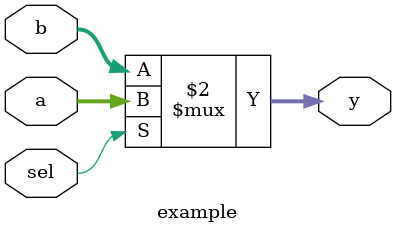
<source format=sv>
module example(
	input logic [7:0] a,b,
	input logic sel,
	output logic [7:0]y );
assign y=(sel==1'b1)?a:b;
endmodule 
</source>
